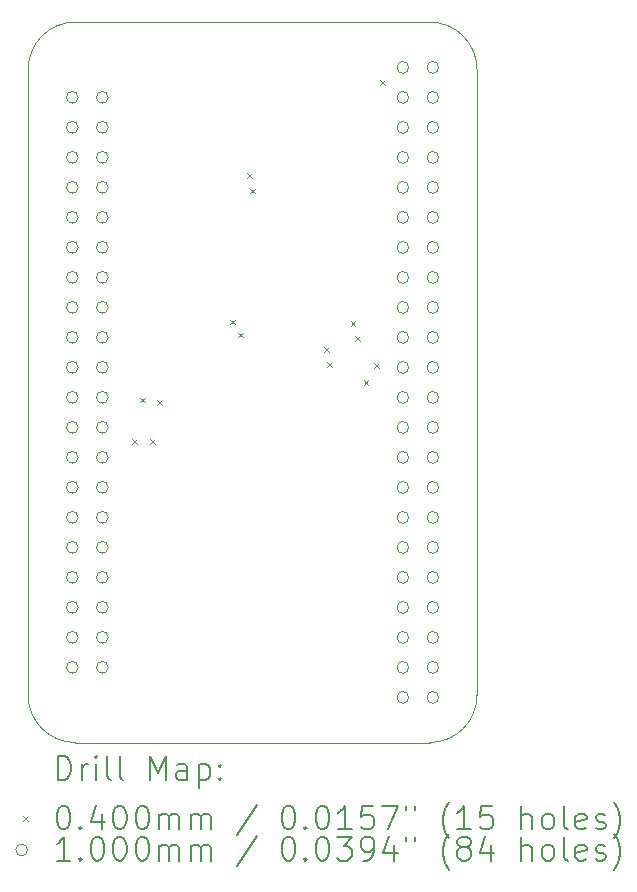
<source format=gbr>
%FSLAX45Y45*%
G04 Gerber Fmt 4.5, Leading zero omitted, Abs format (unit mm)*
G04 Created by KiCad (PCBNEW (6.0.5)) date 2025-08-25 10:48:07*
%MOMM*%
%LPD*%
G01*
G04 APERTURE LIST*
%TA.AperFunction,Profile*%
%ADD10C,0.100000*%
%TD*%
%ADD11C,0.200000*%
%ADD12C,0.040000*%
%ADD13C,0.100000*%
G04 APERTURE END LIST*
D10*
X16600000Y-13000000D02*
G75*
G03*
X17000000Y-12600000I0J400000D01*
G01*
X13600000Y-6900000D02*
G75*
G03*
X13200000Y-7300000I0J-400000D01*
G01*
X17000000Y-7300000D02*
X17000000Y-12600000D01*
X13600000Y-6900000D02*
X16600000Y-6900000D01*
X13600000Y-13000000D02*
X16600000Y-13000000D01*
X13200000Y-7300000D02*
X13200000Y-12600000D01*
X13200000Y-12600000D02*
G75*
G03*
X13600000Y-13000000I400000J0D01*
G01*
X17000000Y-7300000D02*
G75*
G03*
X16600000Y-6900000I-400000J0D01*
G01*
D11*
D12*
X14080000Y-10430000D02*
X14120000Y-10470000D01*
X14120000Y-10430000D02*
X14080000Y-10470000D01*
X14150000Y-10080000D02*
X14190000Y-10120000D01*
X14190000Y-10080000D02*
X14150000Y-10120000D01*
X14230000Y-10430000D02*
X14270000Y-10470000D01*
X14270000Y-10430000D02*
X14230000Y-10470000D01*
X14290000Y-10100000D02*
X14330000Y-10140000D01*
X14330000Y-10100000D02*
X14290000Y-10140000D01*
X14910000Y-9420000D02*
X14950000Y-9460000D01*
X14950000Y-9420000D02*
X14910000Y-9460000D01*
X14980000Y-9530000D02*
X15020000Y-9570000D01*
X15020000Y-9530000D02*
X14980000Y-9570000D01*
X15055000Y-8180000D02*
X15095000Y-8220000D01*
X15095000Y-8180000D02*
X15055000Y-8220000D01*
X15080000Y-8310000D02*
X15120000Y-8350000D01*
X15120000Y-8310000D02*
X15080000Y-8350000D01*
X15705000Y-9655000D02*
X15745000Y-9695000D01*
X15745000Y-9655000D02*
X15705000Y-9695000D01*
X15730000Y-9780000D02*
X15770000Y-9820000D01*
X15770000Y-9780000D02*
X15730000Y-9820000D01*
X15930000Y-9430000D02*
X15970000Y-9470000D01*
X15970000Y-9430000D02*
X15930000Y-9470000D01*
X15970000Y-9560000D02*
X16010000Y-9600000D01*
X16010000Y-9560000D02*
X15970000Y-9600000D01*
X16040000Y-9930000D02*
X16080000Y-9970000D01*
X16080000Y-9930000D02*
X16040000Y-9970000D01*
X16130000Y-9790000D02*
X16170000Y-9830000D01*
X16170000Y-9790000D02*
X16130000Y-9830000D01*
X16180000Y-7390000D02*
X16220000Y-7430000D01*
X16220000Y-7390000D02*
X16180000Y-7430000D01*
D13*
X13623000Y-7537000D02*
G75*
G03*
X13623000Y-7537000I-50000J0D01*
G01*
X13623000Y-7791000D02*
G75*
G03*
X13623000Y-7791000I-50000J0D01*
G01*
X13623000Y-8045000D02*
G75*
G03*
X13623000Y-8045000I-50000J0D01*
G01*
X13623000Y-8299000D02*
G75*
G03*
X13623000Y-8299000I-50000J0D01*
G01*
X13623000Y-8553000D02*
G75*
G03*
X13623000Y-8553000I-50000J0D01*
G01*
X13623000Y-8807000D02*
G75*
G03*
X13623000Y-8807000I-50000J0D01*
G01*
X13623000Y-9061000D02*
G75*
G03*
X13623000Y-9061000I-50000J0D01*
G01*
X13623000Y-9315000D02*
G75*
G03*
X13623000Y-9315000I-50000J0D01*
G01*
X13623000Y-9569000D02*
G75*
G03*
X13623000Y-9569000I-50000J0D01*
G01*
X13623000Y-9823000D02*
G75*
G03*
X13623000Y-9823000I-50000J0D01*
G01*
X13623000Y-10077000D02*
G75*
G03*
X13623000Y-10077000I-50000J0D01*
G01*
X13623000Y-10331000D02*
G75*
G03*
X13623000Y-10331000I-50000J0D01*
G01*
X13623000Y-10585000D02*
G75*
G03*
X13623000Y-10585000I-50000J0D01*
G01*
X13623000Y-10839000D02*
G75*
G03*
X13623000Y-10839000I-50000J0D01*
G01*
X13623000Y-11093000D02*
G75*
G03*
X13623000Y-11093000I-50000J0D01*
G01*
X13623000Y-11347000D02*
G75*
G03*
X13623000Y-11347000I-50000J0D01*
G01*
X13623000Y-11601000D02*
G75*
G03*
X13623000Y-11601000I-50000J0D01*
G01*
X13623000Y-11855000D02*
G75*
G03*
X13623000Y-11855000I-50000J0D01*
G01*
X13623000Y-12109000D02*
G75*
G03*
X13623000Y-12109000I-50000J0D01*
G01*
X13623000Y-12363000D02*
G75*
G03*
X13623000Y-12363000I-50000J0D01*
G01*
X13877000Y-7537000D02*
G75*
G03*
X13877000Y-7537000I-50000J0D01*
G01*
X13877000Y-7791000D02*
G75*
G03*
X13877000Y-7791000I-50000J0D01*
G01*
X13877000Y-8045000D02*
G75*
G03*
X13877000Y-8045000I-50000J0D01*
G01*
X13877000Y-8299000D02*
G75*
G03*
X13877000Y-8299000I-50000J0D01*
G01*
X13877000Y-8553000D02*
G75*
G03*
X13877000Y-8553000I-50000J0D01*
G01*
X13877000Y-8807000D02*
G75*
G03*
X13877000Y-8807000I-50000J0D01*
G01*
X13877000Y-9061000D02*
G75*
G03*
X13877000Y-9061000I-50000J0D01*
G01*
X13877000Y-9315000D02*
G75*
G03*
X13877000Y-9315000I-50000J0D01*
G01*
X13877000Y-9569000D02*
G75*
G03*
X13877000Y-9569000I-50000J0D01*
G01*
X13877000Y-9823000D02*
G75*
G03*
X13877000Y-9823000I-50000J0D01*
G01*
X13877000Y-10077000D02*
G75*
G03*
X13877000Y-10077000I-50000J0D01*
G01*
X13877000Y-10331000D02*
G75*
G03*
X13877000Y-10331000I-50000J0D01*
G01*
X13877000Y-10585000D02*
G75*
G03*
X13877000Y-10585000I-50000J0D01*
G01*
X13877000Y-10839000D02*
G75*
G03*
X13877000Y-10839000I-50000J0D01*
G01*
X13877000Y-11093000D02*
G75*
G03*
X13877000Y-11093000I-50000J0D01*
G01*
X13877000Y-11347000D02*
G75*
G03*
X13877000Y-11347000I-50000J0D01*
G01*
X13877000Y-11601000D02*
G75*
G03*
X13877000Y-11601000I-50000J0D01*
G01*
X13877000Y-11855000D02*
G75*
G03*
X13877000Y-11855000I-50000J0D01*
G01*
X13877000Y-12109000D02*
G75*
G03*
X13877000Y-12109000I-50000J0D01*
G01*
X13877000Y-12363000D02*
G75*
G03*
X13877000Y-12363000I-50000J0D01*
G01*
X16422500Y-7283500D02*
G75*
G03*
X16422500Y-7283500I-50000J0D01*
G01*
X16422500Y-7537500D02*
G75*
G03*
X16422500Y-7537500I-50000J0D01*
G01*
X16422500Y-7791500D02*
G75*
G03*
X16422500Y-7791500I-50000J0D01*
G01*
X16422500Y-8045500D02*
G75*
G03*
X16422500Y-8045500I-50000J0D01*
G01*
X16422500Y-8299500D02*
G75*
G03*
X16422500Y-8299500I-50000J0D01*
G01*
X16422500Y-8553500D02*
G75*
G03*
X16422500Y-8553500I-50000J0D01*
G01*
X16422500Y-8807500D02*
G75*
G03*
X16422500Y-8807500I-50000J0D01*
G01*
X16422500Y-9061500D02*
G75*
G03*
X16422500Y-9061500I-50000J0D01*
G01*
X16422500Y-9315500D02*
G75*
G03*
X16422500Y-9315500I-50000J0D01*
G01*
X16422500Y-9569500D02*
G75*
G03*
X16422500Y-9569500I-50000J0D01*
G01*
X16422500Y-9823500D02*
G75*
G03*
X16422500Y-9823500I-50000J0D01*
G01*
X16422500Y-10077500D02*
G75*
G03*
X16422500Y-10077500I-50000J0D01*
G01*
X16422500Y-10331500D02*
G75*
G03*
X16422500Y-10331500I-50000J0D01*
G01*
X16422500Y-10585500D02*
G75*
G03*
X16422500Y-10585500I-50000J0D01*
G01*
X16422500Y-10839500D02*
G75*
G03*
X16422500Y-10839500I-50000J0D01*
G01*
X16422500Y-11093500D02*
G75*
G03*
X16422500Y-11093500I-50000J0D01*
G01*
X16422500Y-11347500D02*
G75*
G03*
X16422500Y-11347500I-50000J0D01*
G01*
X16422500Y-11601500D02*
G75*
G03*
X16422500Y-11601500I-50000J0D01*
G01*
X16422500Y-11855500D02*
G75*
G03*
X16422500Y-11855500I-50000J0D01*
G01*
X16422500Y-12109500D02*
G75*
G03*
X16422500Y-12109500I-50000J0D01*
G01*
X16422500Y-12363500D02*
G75*
G03*
X16422500Y-12363500I-50000J0D01*
G01*
X16422500Y-12617500D02*
G75*
G03*
X16422500Y-12617500I-50000J0D01*
G01*
X16676500Y-7283500D02*
G75*
G03*
X16676500Y-7283500I-50000J0D01*
G01*
X16676500Y-7537500D02*
G75*
G03*
X16676500Y-7537500I-50000J0D01*
G01*
X16676500Y-7791500D02*
G75*
G03*
X16676500Y-7791500I-50000J0D01*
G01*
X16676500Y-8045500D02*
G75*
G03*
X16676500Y-8045500I-50000J0D01*
G01*
X16676500Y-8299500D02*
G75*
G03*
X16676500Y-8299500I-50000J0D01*
G01*
X16676500Y-8553500D02*
G75*
G03*
X16676500Y-8553500I-50000J0D01*
G01*
X16676500Y-8807500D02*
G75*
G03*
X16676500Y-8807500I-50000J0D01*
G01*
X16676500Y-9061500D02*
G75*
G03*
X16676500Y-9061500I-50000J0D01*
G01*
X16676500Y-9315500D02*
G75*
G03*
X16676500Y-9315500I-50000J0D01*
G01*
X16676500Y-9569500D02*
G75*
G03*
X16676500Y-9569500I-50000J0D01*
G01*
X16676500Y-9823500D02*
G75*
G03*
X16676500Y-9823500I-50000J0D01*
G01*
X16676500Y-10077500D02*
G75*
G03*
X16676500Y-10077500I-50000J0D01*
G01*
X16676500Y-10331500D02*
G75*
G03*
X16676500Y-10331500I-50000J0D01*
G01*
X16676500Y-10585500D02*
G75*
G03*
X16676500Y-10585500I-50000J0D01*
G01*
X16676500Y-10839500D02*
G75*
G03*
X16676500Y-10839500I-50000J0D01*
G01*
X16676500Y-11093500D02*
G75*
G03*
X16676500Y-11093500I-50000J0D01*
G01*
X16676500Y-11347500D02*
G75*
G03*
X16676500Y-11347500I-50000J0D01*
G01*
X16676500Y-11601500D02*
G75*
G03*
X16676500Y-11601500I-50000J0D01*
G01*
X16676500Y-11855500D02*
G75*
G03*
X16676500Y-11855500I-50000J0D01*
G01*
X16676500Y-12109500D02*
G75*
G03*
X16676500Y-12109500I-50000J0D01*
G01*
X16676500Y-12363500D02*
G75*
G03*
X16676500Y-12363500I-50000J0D01*
G01*
X16676500Y-12617500D02*
G75*
G03*
X16676500Y-12617500I-50000J0D01*
G01*
D11*
X13452619Y-13315476D02*
X13452619Y-13115476D01*
X13500238Y-13115476D01*
X13528809Y-13125000D01*
X13547857Y-13144048D01*
X13557381Y-13163095D01*
X13566905Y-13201190D01*
X13566905Y-13229762D01*
X13557381Y-13267857D01*
X13547857Y-13286905D01*
X13528809Y-13305952D01*
X13500238Y-13315476D01*
X13452619Y-13315476D01*
X13652619Y-13315476D02*
X13652619Y-13182143D01*
X13652619Y-13220238D02*
X13662143Y-13201190D01*
X13671667Y-13191667D01*
X13690714Y-13182143D01*
X13709762Y-13182143D01*
X13776428Y-13315476D02*
X13776428Y-13182143D01*
X13776428Y-13115476D02*
X13766905Y-13125000D01*
X13776428Y-13134524D01*
X13785952Y-13125000D01*
X13776428Y-13115476D01*
X13776428Y-13134524D01*
X13900238Y-13315476D02*
X13881190Y-13305952D01*
X13871667Y-13286905D01*
X13871667Y-13115476D01*
X14005000Y-13315476D02*
X13985952Y-13305952D01*
X13976428Y-13286905D01*
X13976428Y-13115476D01*
X14233571Y-13315476D02*
X14233571Y-13115476D01*
X14300238Y-13258333D01*
X14366905Y-13115476D01*
X14366905Y-13315476D01*
X14547857Y-13315476D02*
X14547857Y-13210714D01*
X14538333Y-13191667D01*
X14519286Y-13182143D01*
X14481190Y-13182143D01*
X14462143Y-13191667D01*
X14547857Y-13305952D02*
X14528809Y-13315476D01*
X14481190Y-13315476D01*
X14462143Y-13305952D01*
X14452619Y-13286905D01*
X14452619Y-13267857D01*
X14462143Y-13248809D01*
X14481190Y-13239286D01*
X14528809Y-13239286D01*
X14547857Y-13229762D01*
X14643095Y-13182143D02*
X14643095Y-13382143D01*
X14643095Y-13191667D02*
X14662143Y-13182143D01*
X14700238Y-13182143D01*
X14719286Y-13191667D01*
X14728809Y-13201190D01*
X14738333Y-13220238D01*
X14738333Y-13277381D01*
X14728809Y-13296428D01*
X14719286Y-13305952D01*
X14700238Y-13315476D01*
X14662143Y-13315476D01*
X14643095Y-13305952D01*
X14824048Y-13296428D02*
X14833571Y-13305952D01*
X14824048Y-13315476D01*
X14814524Y-13305952D01*
X14824048Y-13296428D01*
X14824048Y-13315476D01*
X14824048Y-13191667D02*
X14833571Y-13201190D01*
X14824048Y-13210714D01*
X14814524Y-13201190D01*
X14824048Y-13191667D01*
X14824048Y-13210714D01*
D12*
X13155000Y-13625000D02*
X13195000Y-13665000D01*
X13195000Y-13625000D02*
X13155000Y-13665000D01*
D11*
X13490714Y-13535476D02*
X13509762Y-13535476D01*
X13528809Y-13545000D01*
X13538333Y-13554524D01*
X13547857Y-13573571D01*
X13557381Y-13611667D01*
X13557381Y-13659286D01*
X13547857Y-13697381D01*
X13538333Y-13716428D01*
X13528809Y-13725952D01*
X13509762Y-13735476D01*
X13490714Y-13735476D01*
X13471667Y-13725952D01*
X13462143Y-13716428D01*
X13452619Y-13697381D01*
X13443095Y-13659286D01*
X13443095Y-13611667D01*
X13452619Y-13573571D01*
X13462143Y-13554524D01*
X13471667Y-13545000D01*
X13490714Y-13535476D01*
X13643095Y-13716428D02*
X13652619Y-13725952D01*
X13643095Y-13735476D01*
X13633571Y-13725952D01*
X13643095Y-13716428D01*
X13643095Y-13735476D01*
X13824048Y-13602143D02*
X13824048Y-13735476D01*
X13776428Y-13525952D02*
X13728809Y-13668809D01*
X13852619Y-13668809D01*
X13966905Y-13535476D02*
X13985952Y-13535476D01*
X14005000Y-13545000D01*
X14014524Y-13554524D01*
X14024048Y-13573571D01*
X14033571Y-13611667D01*
X14033571Y-13659286D01*
X14024048Y-13697381D01*
X14014524Y-13716428D01*
X14005000Y-13725952D01*
X13985952Y-13735476D01*
X13966905Y-13735476D01*
X13947857Y-13725952D01*
X13938333Y-13716428D01*
X13928809Y-13697381D01*
X13919286Y-13659286D01*
X13919286Y-13611667D01*
X13928809Y-13573571D01*
X13938333Y-13554524D01*
X13947857Y-13545000D01*
X13966905Y-13535476D01*
X14157381Y-13535476D02*
X14176428Y-13535476D01*
X14195476Y-13545000D01*
X14205000Y-13554524D01*
X14214524Y-13573571D01*
X14224048Y-13611667D01*
X14224048Y-13659286D01*
X14214524Y-13697381D01*
X14205000Y-13716428D01*
X14195476Y-13725952D01*
X14176428Y-13735476D01*
X14157381Y-13735476D01*
X14138333Y-13725952D01*
X14128809Y-13716428D01*
X14119286Y-13697381D01*
X14109762Y-13659286D01*
X14109762Y-13611667D01*
X14119286Y-13573571D01*
X14128809Y-13554524D01*
X14138333Y-13545000D01*
X14157381Y-13535476D01*
X14309762Y-13735476D02*
X14309762Y-13602143D01*
X14309762Y-13621190D02*
X14319286Y-13611667D01*
X14338333Y-13602143D01*
X14366905Y-13602143D01*
X14385952Y-13611667D01*
X14395476Y-13630714D01*
X14395476Y-13735476D01*
X14395476Y-13630714D02*
X14405000Y-13611667D01*
X14424048Y-13602143D01*
X14452619Y-13602143D01*
X14471667Y-13611667D01*
X14481190Y-13630714D01*
X14481190Y-13735476D01*
X14576428Y-13735476D02*
X14576428Y-13602143D01*
X14576428Y-13621190D02*
X14585952Y-13611667D01*
X14605000Y-13602143D01*
X14633571Y-13602143D01*
X14652619Y-13611667D01*
X14662143Y-13630714D01*
X14662143Y-13735476D01*
X14662143Y-13630714D02*
X14671667Y-13611667D01*
X14690714Y-13602143D01*
X14719286Y-13602143D01*
X14738333Y-13611667D01*
X14747857Y-13630714D01*
X14747857Y-13735476D01*
X15138333Y-13525952D02*
X14966905Y-13783095D01*
X15395476Y-13535476D02*
X15414524Y-13535476D01*
X15433571Y-13545000D01*
X15443095Y-13554524D01*
X15452619Y-13573571D01*
X15462143Y-13611667D01*
X15462143Y-13659286D01*
X15452619Y-13697381D01*
X15443095Y-13716428D01*
X15433571Y-13725952D01*
X15414524Y-13735476D01*
X15395476Y-13735476D01*
X15376428Y-13725952D01*
X15366905Y-13716428D01*
X15357381Y-13697381D01*
X15347857Y-13659286D01*
X15347857Y-13611667D01*
X15357381Y-13573571D01*
X15366905Y-13554524D01*
X15376428Y-13545000D01*
X15395476Y-13535476D01*
X15547857Y-13716428D02*
X15557381Y-13725952D01*
X15547857Y-13735476D01*
X15538333Y-13725952D01*
X15547857Y-13716428D01*
X15547857Y-13735476D01*
X15681190Y-13535476D02*
X15700238Y-13535476D01*
X15719286Y-13545000D01*
X15728809Y-13554524D01*
X15738333Y-13573571D01*
X15747857Y-13611667D01*
X15747857Y-13659286D01*
X15738333Y-13697381D01*
X15728809Y-13716428D01*
X15719286Y-13725952D01*
X15700238Y-13735476D01*
X15681190Y-13735476D01*
X15662143Y-13725952D01*
X15652619Y-13716428D01*
X15643095Y-13697381D01*
X15633571Y-13659286D01*
X15633571Y-13611667D01*
X15643095Y-13573571D01*
X15652619Y-13554524D01*
X15662143Y-13545000D01*
X15681190Y-13535476D01*
X15938333Y-13735476D02*
X15824048Y-13735476D01*
X15881190Y-13735476D02*
X15881190Y-13535476D01*
X15862143Y-13564048D01*
X15843095Y-13583095D01*
X15824048Y-13592619D01*
X16119286Y-13535476D02*
X16024048Y-13535476D01*
X16014524Y-13630714D01*
X16024048Y-13621190D01*
X16043095Y-13611667D01*
X16090714Y-13611667D01*
X16109762Y-13621190D01*
X16119286Y-13630714D01*
X16128809Y-13649762D01*
X16128809Y-13697381D01*
X16119286Y-13716428D01*
X16109762Y-13725952D01*
X16090714Y-13735476D01*
X16043095Y-13735476D01*
X16024048Y-13725952D01*
X16014524Y-13716428D01*
X16195476Y-13535476D02*
X16328809Y-13535476D01*
X16243095Y-13735476D01*
X16395476Y-13535476D02*
X16395476Y-13573571D01*
X16471667Y-13535476D02*
X16471667Y-13573571D01*
X16766905Y-13811667D02*
X16757381Y-13802143D01*
X16738333Y-13773571D01*
X16728809Y-13754524D01*
X16719286Y-13725952D01*
X16709762Y-13678333D01*
X16709762Y-13640238D01*
X16719286Y-13592619D01*
X16728809Y-13564048D01*
X16738333Y-13545000D01*
X16757381Y-13516428D01*
X16766905Y-13506905D01*
X16947857Y-13735476D02*
X16833571Y-13735476D01*
X16890714Y-13735476D02*
X16890714Y-13535476D01*
X16871667Y-13564048D01*
X16852619Y-13583095D01*
X16833571Y-13592619D01*
X17128810Y-13535476D02*
X17033571Y-13535476D01*
X17024048Y-13630714D01*
X17033571Y-13621190D01*
X17052619Y-13611667D01*
X17100238Y-13611667D01*
X17119286Y-13621190D01*
X17128810Y-13630714D01*
X17138333Y-13649762D01*
X17138333Y-13697381D01*
X17128810Y-13716428D01*
X17119286Y-13725952D01*
X17100238Y-13735476D01*
X17052619Y-13735476D01*
X17033571Y-13725952D01*
X17024048Y-13716428D01*
X17376429Y-13735476D02*
X17376429Y-13535476D01*
X17462143Y-13735476D02*
X17462143Y-13630714D01*
X17452619Y-13611667D01*
X17433571Y-13602143D01*
X17405000Y-13602143D01*
X17385952Y-13611667D01*
X17376429Y-13621190D01*
X17585952Y-13735476D02*
X17566905Y-13725952D01*
X17557381Y-13716428D01*
X17547857Y-13697381D01*
X17547857Y-13640238D01*
X17557381Y-13621190D01*
X17566905Y-13611667D01*
X17585952Y-13602143D01*
X17614524Y-13602143D01*
X17633571Y-13611667D01*
X17643095Y-13621190D01*
X17652619Y-13640238D01*
X17652619Y-13697381D01*
X17643095Y-13716428D01*
X17633571Y-13725952D01*
X17614524Y-13735476D01*
X17585952Y-13735476D01*
X17766905Y-13735476D02*
X17747857Y-13725952D01*
X17738333Y-13706905D01*
X17738333Y-13535476D01*
X17919286Y-13725952D02*
X17900238Y-13735476D01*
X17862143Y-13735476D01*
X17843095Y-13725952D01*
X17833571Y-13706905D01*
X17833571Y-13630714D01*
X17843095Y-13611667D01*
X17862143Y-13602143D01*
X17900238Y-13602143D01*
X17919286Y-13611667D01*
X17928810Y-13630714D01*
X17928810Y-13649762D01*
X17833571Y-13668809D01*
X18005000Y-13725952D02*
X18024048Y-13735476D01*
X18062143Y-13735476D01*
X18081190Y-13725952D01*
X18090714Y-13706905D01*
X18090714Y-13697381D01*
X18081190Y-13678333D01*
X18062143Y-13668809D01*
X18033571Y-13668809D01*
X18014524Y-13659286D01*
X18005000Y-13640238D01*
X18005000Y-13630714D01*
X18014524Y-13611667D01*
X18033571Y-13602143D01*
X18062143Y-13602143D01*
X18081190Y-13611667D01*
X18157381Y-13811667D02*
X18166905Y-13802143D01*
X18185952Y-13773571D01*
X18195476Y-13754524D01*
X18205000Y-13725952D01*
X18214524Y-13678333D01*
X18214524Y-13640238D01*
X18205000Y-13592619D01*
X18195476Y-13564048D01*
X18185952Y-13545000D01*
X18166905Y-13516428D01*
X18157381Y-13506905D01*
D13*
X13195000Y-13909000D02*
G75*
G03*
X13195000Y-13909000I-50000J0D01*
G01*
D11*
X13557381Y-13999476D02*
X13443095Y-13999476D01*
X13500238Y-13999476D02*
X13500238Y-13799476D01*
X13481190Y-13828048D01*
X13462143Y-13847095D01*
X13443095Y-13856619D01*
X13643095Y-13980428D02*
X13652619Y-13989952D01*
X13643095Y-13999476D01*
X13633571Y-13989952D01*
X13643095Y-13980428D01*
X13643095Y-13999476D01*
X13776428Y-13799476D02*
X13795476Y-13799476D01*
X13814524Y-13809000D01*
X13824048Y-13818524D01*
X13833571Y-13837571D01*
X13843095Y-13875667D01*
X13843095Y-13923286D01*
X13833571Y-13961381D01*
X13824048Y-13980428D01*
X13814524Y-13989952D01*
X13795476Y-13999476D01*
X13776428Y-13999476D01*
X13757381Y-13989952D01*
X13747857Y-13980428D01*
X13738333Y-13961381D01*
X13728809Y-13923286D01*
X13728809Y-13875667D01*
X13738333Y-13837571D01*
X13747857Y-13818524D01*
X13757381Y-13809000D01*
X13776428Y-13799476D01*
X13966905Y-13799476D02*
X13985952Y-13799476D01*
X14005000Y-13809000D01*
X14014524Y-13818524D01*
X14024048Y-13837571D01*
X14033571Y-13875667D01*
X14033571Y-13923286D01*
X14024048Y-13961381D01*
X14014524Y-13980428D01*
X14005000Y-13989952D01*
X13985952Y-13999476D01*
X13966905Y-13999476D01*
X13947857Y-13989952D01*
X13938333Y-13980428D01*
X13928809Y-13961381D01*
X13919286Y-13923286D01*
X13919286Y-13875667D01*
X13928809Y-13837571D01*
X13938333Y-13818524D01*
X13947857Y-13809000D01*
X13966905Y-13799476D01*
X14157381Y-13799476D02*
X14176428Y-13799476D01*
X14195476Y-13809000D01*
X14205000Y-13818524D01*
X14214524Y-13837571D01*
X14224048Y-13875667D01*
X14224048Y-13923286D01*
X14214524Y-13961381D01*
X14205000Y-13980428D01*
X14195476Y-13989952D01*
X14176428Y-13999476D01*
X14157381Y-13999476D01*
X14138333Y-13989952D01*
X14128809Y-13980428D01*
X14119286Y-13961381D01*
X14109762Y-13923286D01*
X14109762Y-13875667D01*
X14119286Y-13837571D01*
X14128809Y-13818524D01*
X14138333Y-13809000D01*
X14157381Y-13799476D01*
X14309762Y-13999476D02*
X14309762Y-13866143D01*
X14309762Y-13885190D02*
X14319286Y-13875667D01*
X14338333Y-13866143D01*
X14366905Y-13866143D01*
X14385952Y-13875667D01*
X14395476Y-13894714D01*
X14395476Y-13999476D01*
X14395476Y-13894714D02*
X14405000Y-13875667D01*
X14424048Y-13866143D01*
X14452619Y-13866143D01*
X14471667Y-13875667D01*
X14481190Y-13894714D01*
X14481190Y-13999476D01*
X14576428Y-13999476D02*
X14576428Y-13866143D01*
X14576428Y-13885190D02*
X14585952Y-13875667D01*
X14605000Y-13866143D01*
X14633571Y-13866143D01*
X14652619Y-13875667D01*
X14662143Y-13894714D01*
X14662143Y-13999476D01*
X14662143Y-13894714D02*
X14671667Y-13875667D01*
X14690714Y-13866143D01*
X14719286Y-13866143D01*
X14738333Y-13875667D01*
X14747857Y-13894714D01*
X14747857Y-13999476D01*
X15138333Y-13789952D02*
X14966905Y-14047095D01*
X15395476Y-13799476D02*
X15414524Y-13799476D01*
X15433571Y-13809000D01*
X15443095Y-13818524D01*
X15452619Y-13837571D01*
X15462143Y-13875667D01*
X15462143Y-13923286D01*
X15452619Y-13961381D01*
X15443095Y-13980428D01*
X15433571Y-13989952D01*
X15414524Y-13999476D01*
X15395476Y-13999476D01*
X15376428Y-13989952D01*
X15366905Y-13980428D01*
X15357381Y-13961381D01*
X15347857Y-13923286D01*
X15347857Y-13875667D01*
X15357381Y-13837571D01*
X15366905Y-13818524D01*
X15376428Y-13809000D01*
X15395476Y-13799476D01*
X15547857Y-13980428D02*
X15557381Y-13989952D01*
X15547857Y-13999476D01*
X15538333Y-13989952D01*
X15547857Y-13980428D01*
X15547857Y-13999476D01*
X15681190Y-13799476D02*
X15700238Y-13799476D01*
X15719286Y-13809000D01*
X15728809Y-13818524D01*
X15738333Y-13837571D01*
X15747857Y-13875667D01*
X15747857Y-13923286D01*
X15738333Y-13961381D01*
X15728809Y-13980428D01*
X15719286Y-13989952D01*
X15700238Y-13999476D01*
X15681190Y-13999476D01*
X15662143Y-13989952D01*
X15652619Y-13980428D01*
X15643095Y-13961381D01*
X15633571Y-13923286D01*
X15633571Y-13875667D01*
X15643095Y-13837571D01*
X15652619Y-13818524D01*
X15662143Y-13809000D01*
X15681190Y-13799476D01*
X15814524Y-13799476D02*
X15938333Y-13799476D01*
X15871667Y-13875667D01*
X15900238Y-13875667D01*
X15919286Y-13885190D01*
X15928809Y-13894714D01*
X15938333Y-13913762D01*
X15938333Y-13961381D01*
X15928809Y-13980428D01*
X15919286Y-13989952D01*
X15900238Y-13999476D01*
X15843095Y-13999476D01*
X15824048Y-13989952D01*
X15814524Y-13980428D01*
X16033571Y-13999476D02*
X16071667Y-13999476D01*
X16090714Y-13989952D01*
X16100238Y-13980428D01*
X16119286Y-13951857D01*
X16128809Y-13913762D01*
X16128809Y-13837571D01*
X16119286Y-13818524D01*
X16109762Y-13809000D01*
X16090714Y-13799476D01*
X16052619Y-13799476D01*
X16033571Y-13809000D01*
X16024048Y-13818524D01*
X16014524Y-13837571D01*
X16014524Y-13885190D01*
X16024048Y-13904238D01*
X16033571Y-13913762D01*
X16052619Y-13923286D01*
X16090714Y-13923286D01*
X16109762Y-13913762D01*
X16119286Y-13904238D01*
X16128809Y-13885190D01*
X16300238Y-13866143D02*
X16300238Y-13999476D01*
X16252619Y-13789952D02*
X16205000Y-13932809D01*
X16328809Y-13932809D01*
X16395476Y-13799476D02*
X16395476Y-13837571D01*
X16471667Y-13799476D02*
X16471667Y-13837571D01*
X16766905Y-14075667D02*
X16757381Y-14066143D01*
X16738333Y-14037571D01*
X16728809Y-14018524D01*
X16719286Y-13989952D01*
X16709762Y-13942333D01*
X16709762Y-13904238D01*
X16719286Y-13856619D01*
X16728809Y-13828048D01*
X16738333Y-13809000D01*
X16757381Y-13780428D01*
X16766905Y-13770905D01*
X16871667Y-13885190D02*
X16852619Y-13875667D01*
X16843095Y-13866143D01*
X16833571Y-13847095D01*
X16833571Y-13837571D01*
X16843095Y-13818524D01*
X16852619Y-13809000D01*
X16871667Y-13799476D01*
X16909762Y-13799476D01*
X16928810Y-13809000D01*
X16938333Y-13818524D01*
X16947857Y-13837571D01*
X16947857Y-13847095D01*
X16938333Y-13866143D01*
X16928810Y-13875667D01*
X16909762Y-13885190D01*
X16871667Y-13885190D01*
X16852619Y-13894714D01*
X16843095Y-13904238D01*
X16833571Y-13923286D01*
X16833571Y-13961381D01*
X16843095Y-13980428D01*
X16852619Y-13989952D01*
X16871667Y-13999476D01*
X16909762Y-13999476D01*
X16928810Y-13989952D01*
X16938333Y-13980428D01*
X16947857Y-13961381D01*
X16947857Y-13923286D01*
X16938333Y-13904238D01*
X16928810Y-13894714D01*
X16909762Y-13885190D01*
X17119286Y-13866143D02*
X17119286Y-13999476D01*
X17071667Y-13789952D02*
X17024048Y-13932809D01*
X17147857Y-13932809D01*
X17376429Y-13999476D02*
X17376429Y-13799476D01*
X17462143Y-13999476D02*
X17462143Y-13894714D01*
X17452619Y-13875667D01*
X17433571Y-13866143D01*
X17405000Y-13866143D01*
X17385952Y-13875667D01*
X17376429Y-13885190D01*
X17585952Y-13999476D02*
X17566905Y-13989952D01*
X17557381Y-13980428D01*
X17547857Y-13961381D01*
X17547857Y-13904238D01*
X17557381Y-13885190D01*
X17566905Y-13875667D01*
X17585952Y-13866143D01*
X17614524Y-13866143D01*
X17633571Y-13875667D01*
X17643095Y-13885190D01*
X17652619Y-13904238D01*
X17652619Y-13961381D01*
X17643095Y-13980428D01*
X17633571Y-13989952D01*
X17614524Y-13999476D01*
X17585952Y-13999476D01*
X17766905Y-13999476D02*
X17747857Y-13989952D01*
X17738333Y-13970905D01*
X17738333Y-13799476D01*
X17919286Y-13989952D02*
X17900238Y-13999476D01*
X17862143Y-13999476D01*
X17843095Y-13989952D01*
X17833571Y-13970905D01*
X17833571Y-13894714D01*
X17843095Y-13875667D01*
X17862143Y-13866143D01*
X17900238Y-13866143D01*
X17919286Y-13875667D01*
X17928810Y-13894714D01*
X17928810Y-13913762D01*
X17833571Y-13932809D01*
X18005000Y-13989952D02*
X18024048Y-13999476D01*
X18062143Y-13999476D01*
X18081190Y-13989952D01*
X18090714Y-13970905D01*
X18090714Y-13961381D01*
X18081190Y-13942333D01*
X18062143Y-13932809D01*
X18033571Y-13932809D01*
X18014524Y-13923286D01*
X18005000Y-13904238D01*
X18005000Y-13894714D01*
X18014524Y-13875667D01*
X18033571Y-13866143D01*
X18062143Y-13866143D01*
X18081190Y-13875667D01*
X18157381Y-14075667D02*
X18166905Y-14066143D01*
X18185952Y-14037571D01*
X18195476Y-14018524D01*
X18205000Y-13989952D01*
X18214524Y-13942333D01*
X18214524Y-13904238D01*
X18205000Y-13856619D01*
X18195476Y-13828048D01*
X18185952Y-13809000D01*
X18166905Y-13780428D01*
X18157381Y-13770905D01*
M02*

</source>
